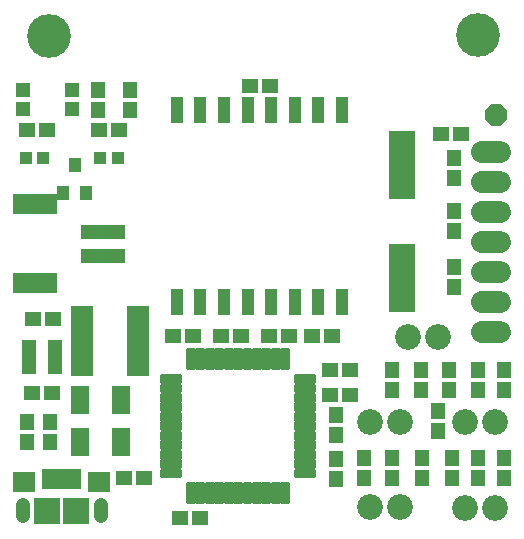
<source format=gbr>
G04 EAGLE Gerber RS-274X export*
G75*
%MOMM*%
%FSLAX34Y34*%
%LPD*%
%INSoldermask Top*%
%IPPOS*%
%AMOC8*
5,1,8,0,0,1.08239X$1,22.5*%
G01*
%ADD10C,3.704800*%
%ADD11C,1.828800*%
%ADD12R,1.104800X2.304800*%
%ADD13R,1.404800X1.304800*%
%ADD14P,1.979475X8X22.500000*%
%ADD15R,1.304800X1.004800*%
%ADD16R,1.574800X2.364800*%
%ADD17R,1.904800X6.004800*%
%ADD18R,0.704800X1.654800*%
%ADD19R,1.904800X1.704800*%
%ADD20R,2.204800X2.204800*%
%ADD21C,1.204800*%
%ADD22C,0.444494*%
%ADD23R,1.304800X1.404800*%
%ADD24R,2.304800X5.804800*%
%ADD25R,1.104800X1.104800*%
%ADD26C,2.184400*%
%ADD27R,1.204800X1.304800*%
%ADD28R,1.004800X1.304800*%
%ADD29R,3.804800X1.304800*%
%ADD30R,3.704800X1.804800*%


D10*
X31000Y417000D03*
X395000Y418000D03*
D11*
X398080Y318500D02*
X413320Y318500D01*
X413320Y293100D02*
X398080Y293100D01*
X398080Y267700D02*
X413320Y267700D01*
X413320Y242300D02*
X398080Y242300D01*
X398080Y216900D02*
X413320Y216900D01*
X413320Y191500D02*
X398080Y191500D01*
X398080Y166100D02*
X413320Y166100D01*
D12*
X279450Y353950D03*
X259450Y353950D03*
X239450Y353950D03*
X219450Y353950D03*
X199450Y353950D03*
X179450Y353950D03*
X159450Y353950D03*
X139450Y353950D03*
X139450Y191950D03*
X159450Y191950D03*
X179450Y191950D03*
X199450Y191950D03*
X219450Y191950D03*
X239450Y191950D03*
X259450Y191950D03*
X279450Y191950D03*
D13*
X379950Y334200D03*
X362950Y334200D03*
X201400Y374600D03*
X218400Y374600D03*
D14*
X410000Y350000D03*
D15*
X36222Y145000D03*
X14232Y145000D03*
X36222Y135500D03*
X14232Y135500D03*
X36222Y154500D03*
X14232Y154500D03*
D13*
X16727Y115000D03*
X33727Y115000D03*
X18047Y177000D03*
X35047Y177000D03*
D16*
X92550Y109000D03*
X57450Y109000D03*
X92550Y73000D03*
X57450Y73000D03*
D17*
X59500Y159000D03*
X106500Y159000D03*
D18*
X29000Y41750D03*
X35500Y41750D03*
X42000Y41750D03*
X48500Y41750D03*
X55000Y41750D03*
D19*
X10000Y39500D03*
X74000Y39500D03*
D20*
X30000Y15000D03*
X54000Y15000D03*
D21*
X9000Y10500D02*
X9000Y19500D01*
X75000Y19500D02*
X75000Y10500D01*
D13*
X111950Y43000D03*
X94950Y43000D03*
D22*
X153052Y37502D02*
X153052Y22898D01*
X148948Y22898D01*
X148948Y37502D01*
X153052Y37502D01*
X153052Y27121D02*
X148948Y27121D01*
X148948Y31344D02*
X153052Y31344D01*
X153052Y35567D02*
X148948Y35567D01*
X161052Y37502D02*
X161052Y22898D01*
X156948Y22898D01*
X156948Y37502D01*
X161052Y37502D01*
X161052Y27121D02*
X156948Y27121D01*
X156948Y31344D02*
X161052Y31344D01*
X161052Y35567D02*
X156948Y35567D01*
X169052Y37502D02*
X169052Y22898D01*
X164948Y22898D01*
X164948Y37502D01*
X169052Y37502D01*
X169052Y27121D02*
X164948Y27121D01*
X164948Y31344D02*
X169052Y31344D01*
X169052Y35567D02*
X164948Y35567D01*
X177052Y37502D02*
X177052Y22898D01*
X172948Y22898D01*
X172948Y37502D01*
X177052Y37502D01*
X177052Y27121D02*
X172948Y27121D01*
X172948Y31344D02*
X177052Y31344D01*
X177052Y35567D02*
X172948Y35567D01*
X185052Y37502D02*
X185052Y22898D01*
X180948Y22898D01*
X180948Y37502D01*
X185052Y37502D01*
X185052Y27121D02*
X180948Y27121D01*
X180948Y31344D02*
X185052Y31344D01*
X185052Y35567D02*
X180948Y35567D01*
X193052Y37502D02*
X193052Y22898D01*
X188948Y22898D01*
X188948Y37502D01*
X193052Y37502D01*
X193052Y27121D02*
X188948Y27121D01*
X188948Y31344D02*
X193052Y31344D01*
X193052Y35567D02*
X188948Y35567D01*
X201052Y37502D02*
X201052Y22898D01*
X196948Y22898D01*
X196948Y37502D01*
X201052Y37502D01*
X201052Y27121D02*
X196948Y27121D01*
X196948Y31344D02*
X201052Y31344D01*
X201052Y35567D02*
X196948Y35567D01*
X209052Y37502D02*
X209052Y22898D01*
X204948Y22898D01*
X204948Y37502D01*
X209052Y37502D01*
X209052Y27121D02*
X204948Y27121D01*
X204948Y31344D02*
X209052Y31344D01*
X209052Y35567D02*
X204948Y35567D01*
X217052Y37502D02*
X217052Y22898D01*
X212948Y22898D01*
X212948Y37502D01*
X217052Y37502D01*
X217052Y27121D02*
X212948Y27121D01*
X212948Y31344D02*
X217052Y31344D01*
X217052Y35567D02*
X212948Y35567D01*
X225052Y37502D02*
X225052Y22898D01*
X220948Y22898D01*
X220948Y37502D01*
X225052Y37502D01*
X225052Y27121D02*
X220948Y27121D01*
X220948Y31344D02*
X225052Y31344D01*
X225052Y35567D02*
X220948Y35567D01*
X233052Y37502D02*
X233052Y22898D01*
X228948Y22898D01*
X228948Y37502D01*
X233052Y37502D01*
X233052Y27121D02*
X228948Y27121D01*
X228948Y31344D02*
X233052Y31344D01*
X233052Y35567D02*
X228948Y35567D01*
X233052Y136498D02*
X233052Y151102D01*
X233052Y136498D02*
X228948Y136498D01*
X228948Y151102D01*
X233052Y151102D01*
X233052Y140721D02*
X228948Y140721D01*
X228948Y144944D02*
X233052Y144944D01*
X233052Y149167D02*
X228948Y149167D01*
X225052Y151102D02*
X225052Y136498D01*
X220948Y136498D01*
X220948Y151102D01*
X225052Y151102D01*
X225052Y140721D02*
X220948Y140721D01*
X220948Y144944D02*
X225052Y144944D01*
X225052Y149167D02*
X220948Y149167D01*
X217052Y151102D02*
X217052Y136498D01*
X212948Y136498D01*
X212948Y151102D01*
X217052Y151102D01*
X217052Y140721D02*
X212948Y140721D01*
X212948Y144944D02*
X217052Y144944D01*
X217052Y149167D02*
X212948Y149167D01*
X209052Y151102D02*
X209052Y136498D01*
X204948Y136498D01*
X204948Y151102D01*
X209052Y151102D01*
X209052Y140721D02*
X204948Y140721D01*
X204948Y144944D02*
X209052Y144944D01*
X209052Y149167D02*
X204948Y149167D01*
X201052Y151102D02*
X201052Y136498D01*
X196948Y136498D01*
X196948Y151102D01*
X201052Y151102D01*
X201052Y140721D02*
X196948Y140721D01*
X196948Y144944D02*
X201052Y144944D01*
X201052Y149167D02*
X196948Y149167D01*
X193052Y151102D02*
X193052Y136498D01*
X188948Y136498D01*
X188948Y151102D01*
X193052Y151102D01*
X193052Y140721D02*
X188948Y140721D01*
X188948Y144944D02*
X193052Y144944D01*
X193052Y149167D02*
X188948Y149167D01*
X185052Y151102D02*
X185052Y136498D01*
X180948Y136498D01*
X180948Y151102D01*
X185052Y151102D01*
X185052Y140721D02*
X180948Y140721D01*
X180948Y144944D02*
X185052Y144944D01*
X185052Y149167D02*
X180948Y149167D01*
X177052Y151102D02*
X177052Y136498D01*
X172948Y136498D01*
X172948Y151102D01*
X177052Y151102D01*
X177052Y140721D02*
X172948Y140721D01*
X172948Y144944D02*
X177052Y144944D01*
X177052Y149167D02*
X172948Y149167D01*
X169052Y151102D02*
X169052Y136498D01*
X164948Y136498D01*
X164948Y151102D01*
X169052Y151102D01*
X169052Y140721D02*
X164948Y140721D01*
X164948Y144944D02*
X169052Y144944D01*
X169052Y149167D02*
X164948Y149167D01*
X161052Y151102D02*
X161052Y136498D01*
X156948Y136498D01*
X156948Y151102D01*
X161052Y151102D01*
X161052Y140721D02*
X156948Y140721D01*
X156948Y144944D02*
X161052Y144944D01*
X161052Y149167D02*
X156948Y149167D01*
X153052Y151102D02*
X153052Y136498D01*
X148948Y136498D01*
X148948Y151102D01*
X153052Y151102D01*
X153052Y140721D02*
X148948Y140721D01*
X148948Y144944D02*
X153052Y144944D01*
X153052Y149167D02*
X148948Y149167D01*
X141502Y124948D02*
X126898Y124948D01*
X126898Y129052D01*
X141502Y129052D01*
X141502Y124948D01*
X141502Y116948D02*
X126898Y116948D01*
X126898Y121052D01*
X141502Y121052D01*
X141502Y116948D01*
X141502Y108948D02*
X126898Y108948D01*
X126898Y113052D01*
X141502Y113052D01*
X141502Y108948D01*
X141502Y100948D02*
X126898Y100948D01*
X126898Y105052D01*
X141502Y105052D01*
X141502Y100948D01*
X141502Y92948D02*
X126898Y92948D01*
X126898Y97052D01*
X141502Y97052D01*
X141502Y92948D01*
X141502Y84948D02*
X126898Y84948D01*
X126898Y89052D01*
X141502Y89052D01*
X141502Y84948D01*
X141502Y76948D02*
X126898Y76948D01*
X126898Y81052D01*
X141502Y81052D01*
X141502Y76948D01*
X141502Y68948D02*
X126898Y68948D01*
X126898Y73052D01*
X141502Y73052D01*
X141502Y68948D01*
X141502Y60948D02*
X126898Y60948D01*
X126898Y65052D01*
X141502Y65052D01*
X141502Y60948D01*
X141502Y52948D02*
X126898Y52948D01*
X126898Y57052D01*
X141502Y57052D01*
X141502Y52948D01*
X141502Y44948D02*
X126898Y44948D01*
X126898Y49052D01*
X141502Y49052D01*
X141502Y44948D01*
X240498Y44948D02*
X255102Y44948D01*
X240498Y44948D02*
X240498Y49052D01*
X255102Y49052D01*
X255102Y44948D01*
X255102Y52948D02*
X240498Y52948D01*
X240498Y57052D01*
X255102Y57052D01*
X255102Y52948D01*
X255102Y60948D02*
X240498Y60948D01*
X240498Y65052D01*
X255102Y65052D01*
X255102Y60948D01*
X255102Y68948D02*
X240498Y68948D01*
X240498Y73052D01*
X255102Y73052D01*
X255102Y68948D01*
X255102Y76948D02*
X240498Y76948D01*
X240498Y81052D01*
X255102Y81052D01*
X255102Y76948D01*
X255102Y84948D02*
X240498Y84948D01*
X240498Y89052D01*
X255102Y89052D01*
X255102Y84948D01*
X255102Y92948D02*
X240498Y92948D01*
X240498Y97052D01*
X255102Y97052D01*
X255102Y92948D01*
X255102Y100948D02*
X240498Y100948D01*
X240498Y105052D01*
X255102Y105052D01*
X255102Y100948D01*
X255102Y108948D02*
X240498Y108948D01*
X240498Y113052D01*
X255102Y113052D01*
X255102Y108948D01*
X255102Y116948D02*
X240498Y116948D01*
X240498Y121052D01*
X255102Y121052D01*
X255102Y116948D01*
X255102Y124948D02*
X240498Y124948D01*
X240498Y129052D01*
X255102Y129052D01*
X255102Y124948D01*
D13*
X136000Y163000D03*
X153000Y163000D03*
D23*
X274500Y58750D03*
X274500Y41750D03*
D13*
X253950Y163250D03*
X270950Y163250D03*
X158950Y8500D03*
X141950Y8500D03*
X176900Y163000D03*
X193900Y163000D03*
D23*
X374000Y313500D03*
X374000Y296500D03*
X374000Y204500D03*
X374000Y221500D03*
D24*
X330000Y212500D03*
X330000Y307500D03*
D25*
X11500Y314000D03*
X26500Y314000D03*
X74500Y314000D03*
X89500Y314000D03*
D13*
X90500Y337500D03*
X73500Y337500D03*
D23*
X13000Y73500D03*
X13000Y90500D03*
X32000Y73500D03*
X32000Y90500D03*
D26*
X384000Y17000D03*
X409400Y17000D03*
D23*
X417000Y60000D03*
X417000Y43000D03*
D13*
X12500Y337500D03*
X29500Y337500D03*
D27*
X50500Y355000D03*
X50500Y371000D03*
X9500Y371000D03*
X9500Y355000D03*
D23*
X73000Y354500D03*
X73000Y371500D03*
X100000Y371500D03*
X100000Y354500D03*
D28*
X53000Y308000D03*
X43500Y284000D03*
X62500Y284000D03*
D13*
X217500Y163000D03*
X234500Y163000D03*
D23*
X373000Y60000D03*
X373000Y43000D03*
X395000Y43000D03*
X395000Y60000D03*
D26*
X303000Y18000D03*
X328400Y18000D03*
D23*
X347000Y60000D03*
X347000Y43000D03*
X298000Y60000D03*
X298000Y43000D03*
X322000Y43000D03*
X322000Y60000D03*
D26*
X384000Y90500D03*
X409400Y90500D03*
D23*
X417000Y134500D03*
X417000Y117500D03*
X361000Y99500D03*
X361000Y82500D03*
X395000Y117500D03*
X395000Y134500D03*
D26*
X303000Y90500D03*
X328400Y90500D03*
D13*
X269500Y113000D03*
X286500Y113000D03*
D23*
X274000Y79500D03*
X274000Y96500D03*
D13*
X269500Y134000D03*
X286500Y134000D03*
D26*
X335000Y162000D03*
X360400Y162000D03*
D23*
X370000Y117500D03*
X370000Y134500D03*
X322000Y117500D03*
X322000Y134500D03*
X346000Y134500D03*
X346000Y117500D03*
X374000Y251500D03*
X374000Y268500D03*
D29*
X77000Y231000D03*
X77000Y251000D03*
D30*
X19500Y207500D03*
X19500Y274500D03*
M02*

</source>
